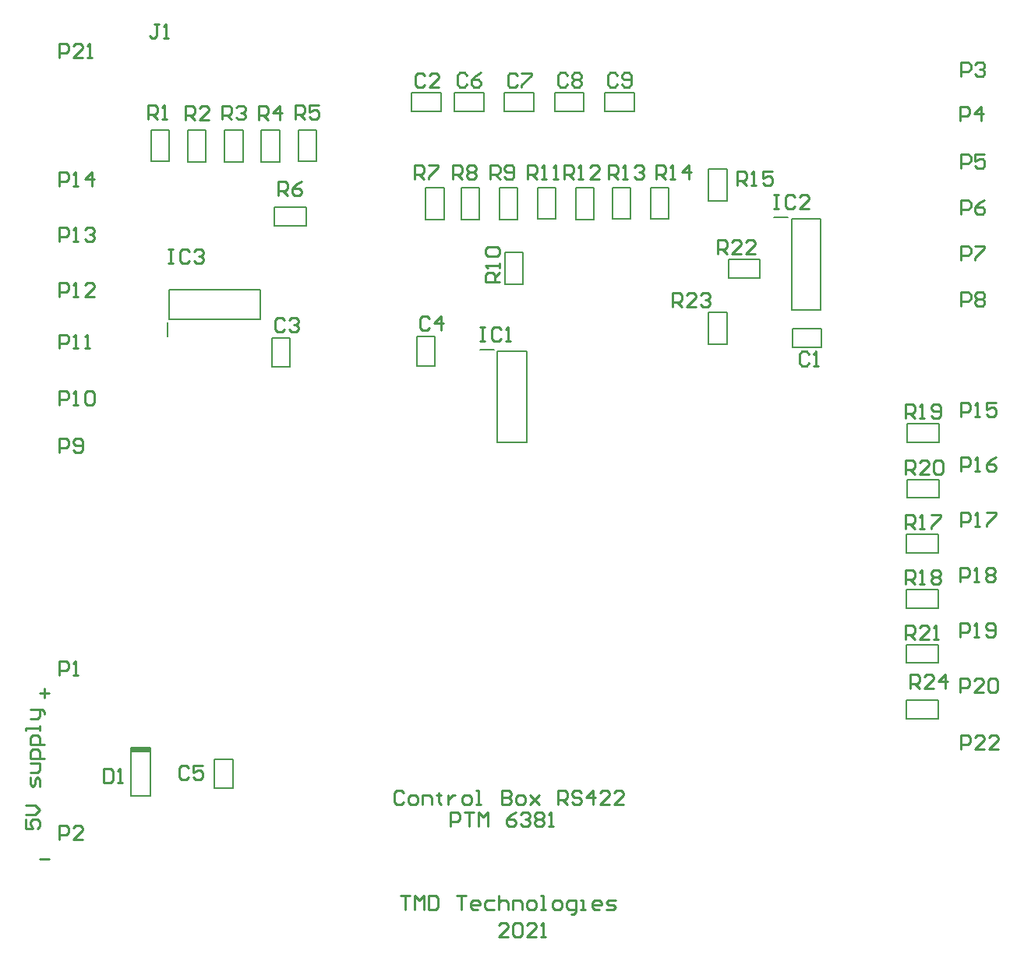
<source format=gto>
G04*
G04 #@! TF.GenerationSoftware,Altium Limited,Altium Designer,19.0.9 (268)*
G04*
G04 Layer_Color=65535*
%FSLAX42Y42*%
%MOMM*%
G71*
G01*
G75*
%ADD10C,0.20*%
%ADD11C,0.25*%
%ADD12R,2.10X0.50*%
D10*
X4220Y2998D02*
X4565D01*
X4220D02*
Y3198D01*
X4565D01*
Y2998D02*
Y3198D01*
X2268Y7069D02*
Y7414D01*
X2068Y7069D02*
X2268D01*
X2068D02*
Y7414D01*
X2268D01*
X2284Y7988D02*
X2629D01*
Y7788D02*
Y7988D01*
X2284Y7788D02*
X2629D01*
X2284D02*
Y7988D01*
X4220Y3803D02*
X4565D01*
Y3603D02*
Y3803D01*
X4220Y3603D02*
X4565D01*
X4220D02*
Y3803D01*
X4225Y5600D02*
X4570D01*
Y5400D02*
Y5600D01*
X4225Y5400D02*
X4570D01*
X4225D02*
Y5600D01*
Y6203D02*
X4570D01*
Y6003D02*
Y6203D01*
X4225Y6003D02*
X4570D01*
X4225D02*
Y6203D01*
X4220Y4400D02*
X4565D01*
Y4200D02*
Y4400D01*
X4220Y4200D02*
X4565D01*
X4220D02*
Y4400D01*
Y5000D02*
X4565D01*
Y4800D02*
Y5000D01*
X4220Y4800D02*
X4565D01*
X4220D02*
Y5000D01*
X2268Y8630D02*
Y8975D01*
X2068Y8630D02*
X2268D01*
X2068D02*
Y8975D01*
X2268D01*
X1639Y8430D02*
Y8775D01*
X1439Y8430D02*
X1639D01*
X1439D02*
Y8775D01*
X1639D01*
X1224Y8430D02*
Y8775D01*
X1024Y8430D02*
X1224D01*
X1024D02*
Y8775D01*
X1224D01*
X825Y8425D02*
Y8770D01*
X625Y8425D02*
X825D01*
X625D02*
Y8770D01*
X825D01*
X409Y8430D02*
Y8775D01*
X209Y8430D02*
X409D01*
X209D02*
Y8775D01*
X409D01*
X55Y7725D02*
Y8070D01*
X-145Y7725D02*
X55D01*
X-145D02*
Y8070D01*
X55D01*
X-6Y8425D02*
Y8770D01*
X-206Y8425D02*
X-6D01*
X-206D02*
Y8770D01*
X-6D01*
X-421Y8425D02*
Y8770D01*
X-621Y8425D02*
X-421D01*
X-621D02*
Y8770D01*
X-421D01*
X-806Y8425D02*
Y8770D01*
X-1006Y8425D02*
X-806D01*
X-1006D02*
Y8770D01*
X-806D01*
X-2651Y8357D02*
X-2306D01*
X-2651D02*
Y8557D01*
X-2306D01*
Y8357D02*
Y8557D01*
X-2190Y9055D02*
Y9400D01*
X-2390Y9055D02*
X-2190D01*
X-2390D02*
Y9400D01*
X-2190D01*
X-2590Y9053D02*
Y9398D01*
X-2790Y9053D02*
X-2590D01*
X-2790D02*
Y9398D01*
X-2590D01*
X-2990Y9053D02*
Y9398D01*
X-3190Y9053D02*
X-2990D01*
X-3190D02*
Y9398D01*
X-2990D01*
X-3390Y9050D02*
Y9395D01*
X-3590Y9050D02*
X-3390D01*
X-3590D02*
Y9395D01*
X-3390D01*
X-3790Y9055D02*
Y9400D01*
X-3990Y9055D02*
X-3790D01*
X-3990D02*
Y9400D01*
X-3790D01*
X-3812Y7153D02*
Y7305D01*
X-3795Y7340D02*
X-2805D01*
Y7660D01*
X-3795D02*
X-2805D01*
X-3795Y7340D02*
Y7660D01*
X2781Y8451D02*
X2934D01*
X2969Y7444D02*
Y8434D01*
Y7444D02*
X3289D01*
Y8434D01*
X2969D02*
X3289D01*
X-415Y7012D02*
X-263D01*
X-228Y6005D02*
Y6995D01*
Y6005D02*
X92D01*
Y6995D01*
X-228D02*
X92D01*
X-4205Y2160D02*
Y2680D01*
X-3995D01*
Y2160D02*
Y2680D01*
X-4205Y2160D02*
X-3995D01*
X940Y9600D02*
Y9800D01*
X1260D01*
Y9600D02*
Y9800D01*
X940Y9600D02*
X1260D01*
X396D02*
Y9800D01*
X716D01*
Y9600D02*
Y9800D01*
X396Y9600D02*
X716D01*
X-149D02*
Y9800D01*
X172D01*
Y9600D02*
Y9800D01*
X-149Y9600D02*
X172D01*
X-693D02*
Y9800D01*
X-373D01*
Y9600D02*
Y9800D01*
X-693Y9600D02*
X-373D01*
X-3300Y2560D02*
X-3100D01*
Y2240D02*
Y2560D01*
X-3300Y2240D02*
X-3100D01*
X-3300D02*
Y2560D01*
X-1102Y6832D02*
X-902D01*
X-1102D02*
Y7152D01*
X-902D01*
Y6832D02*
Y7152D01*
X-2676Y7141D02*
X-2476D01*
Y6821D02*
Y7141D01*
X-2676Y6821D02*
X-2476D01*
X-2676D02*
Y7141D01*
X-1156Y9600D02*
Y9800D01*
X-836D01*
Y9600D02*
Y9800D01*
X-1156Y9600D02*
X-836D01*
X2978Y7039D02*
Y7239D01*
X3298D01*
Y7039D02*
Y7239D01*
X2978Y7039D02*
X3298D01*
D11*
X-1275Y1072D02*
X-1173D01*
X-1224D01*
Y920D01*
X-1122D02*
Y1072D01*
X-1071Y1022D01*
X-1021Y1072D01*
Y920D01*
X-970Y1072D02*
Y920D01*
X-894D01*
X-868Y945D01*
Y1047D01*
X-894Y1072D01*
X-970D01*
X-665D02*
X-564D01*
X-614D01*
Y920D01*
X-437D02*
X-487D01*
X-513Y945D01*
Y996D01*
X-487Y1022D01*
X-437D01*
X-411Y996D01*
Y971D01*
X-513D01*
X-259Y1022D02*
X-335D01*
X-360Y996D01*
Y945D01*
X-335Y920D01*
X-259D01*
X-208Y1072D02*
Y920D01*
Y996D01*
X-183Y1022D01*
X-132D01*
X-107Y996D01*
Y920D01*
X-56D02*
Y1022D01*
X20D01*
X46Y996D01*
Y920D01*
X122D02*
X173D01*
X198Y945D01*
Y996D01*
X173Y1022D01*
X122D01*
X97Y996D01*
Y945D01*
X122Y920D01*
X249D02*
X300D01*
X274D01*
Y1072D01*
X249D01*
X401Y920D02*
X452D01*
X477Y945D01*
Y996D01*
X452Y1022D01*
X401D01*
X376Y996D01*
Y945D01*
X401Y920D01*
X579Y869D02*
X604D01*
X630Y895D01*
Y1022D01*
X554D01*
X528Y996D01*
Y945D01*
X554Y920D01*
X630D01*
X681D02*
X731D01*
X706D01*
Y1022D01*
X681D01*
X884Y920D02*
X833D01*
X808Y945D01*
Y996D01*
X833Y1022D01*
X884D01*
X909Y996D01*
Y971D01*
X808D01*
X960Y920D02*
X1036D01*
X1061Y945D01*
X1036Y971D01*
X985D01*
X960Y996D01*
X985Y1022D01*
X1061D01*
X-107Y625D02*
X-208D01*
X-107Y727D01*
Y752D01*
X-132Y778D01*
X-183D01*
X-208Y752D01*
X-56D02*
X-30Y778D01*
X20D01*
X46Y752D01*
Y651D01*
X20Y625D01*
X-30D01*
X-56Y651D01*
Y752D01*
X198Y625D02*
X97D01*
X198Y727D01*
Y752D01*
X173Y778D01*
X122D01*
X97Y752D01*
X249Y625D02*
X300D01*
X274D01*
Y778D01*
X249Y752D01*
X-1242Y2196D02*
X-1267Y2222D01*
X-1318D01*
X-1344Y2196D01*
Y2095D01*
X-1318Y2069D01*
X-1267D01*
X-1242Y2095D01*
X-1166Y2069D02*
X-1115D01*
X-1090Y2095D01*
Y2145D01*
X-1115Y2171D01*
X-1166D01*
X-1191Y2145D01*
Y2095D01*
X-1166Y2069D01*
X-1039D02*
Y2171D01*
X-963D01*
X-937Y2145D01*
Y2069D01*
X-861Y2196D02*
Y2171D01*
X-887D01*
X-836D01*
X-861D01*
Y2095D01*
X-836Y2069D01*
X-760Y2171D02*
Y2069D01*
Y2120D01*
X-734Y2145D01*
X-709Y2171D01*
X-683D01*
X-582Y2069D02*
X-531D01*
X-506Y2095D01*
Y2145D01*
X-531Y2171D01*
X-582D01*
X-607Y2145D01*
Y2095D01*
X-582Y2069D01*
X-455D02*
X-404D01*
X-429D01*
Y2222D01*
X-455D01*
X-176D02*
Y2069D01*
X-99D01*
X-74Y2095D01*
Y2120D01*
X-99Y2145D01*
X-176D01*
X-99D01*
X-74Y2171D01*
Y2196D01*
X-99Y2222D01*
X-176D01*
X2Y2069D02*
X53D01*
X78Y2095D01*
Y2145D01*
X53Y2171D01*
X2D01*
X-23Y2145D01*
Y2095D01*
X2Y2069D01*
X129Y2171D02*
X231Y2069D01*
X180Y2120D01*
X231Y2171D01*
X129Y2069D01*
X434D02*
Y2222D01*
X510D01*
X535Y2196D01*
Y2145D01*
X510Y2120D01*
X434D01*
X485D02*
X535Y2069D01*
X688Y2196D02*
X662Y2222D01*
X612D01*
X586Y2196D01*
Y2171D01*
X612Y2145D01*
X662D01*
X688Y2120D01*
Y2095D01*
X662Y2069D01*
X612D01*
X586Y2095D01*
X815Y2069D02*
Y2222D01*
X739Y2145D01*
X840D01*
X992Y2069D02*
X891D01*
X992Y2171D01*
Y2196D01*
X967Y2222D01*
X916D01*
X891Y2196D01*
X1145Y2069D02*
X1043D01*
X1145Y2171D01*
Y2196D01*
X1119Y2222D01*
X1069D01*
X1043Y2196D01*
X-734Y1825D02*
Y1978D01*
X-658D01*
X-633Y1952D01*
Y1902D01*
X-658Y1876D01*
X-734D01*
X-582Y1978D02*
X-480D01*
X-531D01*
Y1825D01*
X-429D02*
Y1978D01*
X-379Y1927D01*
X-328Y1978D01*
Y1825D01*
X-23Y1978D02*
X-74Y1952D01*
X-125Y1902D01*
Y1851D01*
X-99Y1825D01*
X-49D01*
X-23Y1851D01*
Y1876D01*
X-49Y1902D01*
X-125D01*
X28Y1952D02*
X53Y1978D01*
X104D01*
X129Y1952D01*
Y1927D01*
X104Y1902D01*
X78D01*
X104D01*
X129Y1876D01*
Y1851D01*
X104Y1825D01*
X53D01*
X28Y1851D01*
X180Y1952D02*
X205Y1978D01*
X256D01*
X281Y1952D01*
Y1927D01*
X256Y1902D01*
X281Y1876D01*
Y1851D01*
X256Y1825D01*
X205D01*
X180Y1851D01*
Y1876D01*
X205Y1902D01*
X180Y1927D01*
Y1952D01*
X205Y1902D02*
X256D01*
X332Y1825D02*
X383D01*
X358D01*
Y1978D01*
X332Y1952D01*
X-5200Y1476D02*
X-5098D01*
X-5200Y3276D02*
X-5098D01*
X-5149Y3327D02*
Y3225D01*
X-5352Y1902D02*
Y1800D01*
X-5276D01*
X-5302Y1851D01*
Y1876D01*
X-5276Y1902D01*
X-5225D01*
X-5200Y1876D01*
Y1825D01*
X-5225Y1800D01*
X-5352Y1952D02*
X-5251D01*
X-5200Y2003D01*
X-5251Y2054D01*
X-5352D01*
X-5200Y2257D02*
Y2333D01*
X-5225Y2359D01*
X-5251Y2333D01*
Y2282D01*
X-5276Y2257D01*
X-5302Y2282D01*
Y2359D01*
Y2409D02*
X-5225D01*
X-5200Y2435D01*
Y2511D01*
X-5302D01*
X-5149Y2562D02*
X-5302D01*
Y2638D01*
X-5276Y2663D01*
X-5225D01*
X-5200Y2638D01*
Y2562D01*
X-5149Y2714D02*
X-5302D01*
Y2790D01*
X-5276Y2816D01*
X-5225D01*
X-5200Y2790D01*
Y2714D01*
Y2866D02*
Y2917D01*
Y2892D01*
X-5352D01*
Y2866D01*
X-5302Y2993D02*
X-5225D01*
X-5200Y3019D01*
Y3095D01*
X-5175D01*
X-5149Y3070D01*
Y3044D01*
X-5200Y3095D02*
X-5302D01*
X4810Y2666D02*
Y2819D01*
X4886D01*
X4911Y2793D01*
Y2742D01*
X4886Y2717D01*
X4810D01*
X5064Y2666D02*
X4962D01*
X5064Y2768D01*
Y2793D01*
X5038Y2819D01*
X4988D01*
X4962Y2793D01*
X5216Y2666D02*
X5115D01*
X5216Y2768D01*
Y2793D01*
X5191Y2819D01*
X5140D01*
X5115Y2793D01*
X-4985Y8787D02*
Y8939D01*
X-4909D01*
X-4884Y8914D01*
Y8863D01*
X-4909Y8837D01*
X-4985D01*
X-4833Y8787D02*
X-4782D01*
X-4807D01*
Y8939D01*
X-4833Y8914D01*
X-4630Y8787D02*
Y8939D01*
X-4706Y8863D01*
X-4604D01*
X-4985Y7587D02*
Y7739D01*
X-4909D01*
X-4884Y7714D01*
Y7663D01*
X-4909Y7637D01*
X-4985D01*
X-4833Y7587D02*
X-4782D01*
X-4807D01*
Y7739D01*
X-4833Y7714D01*
X-4604Y7587D02*
X-4706D01*
X-4604Y7688D01*
Y7714D01*
X-4630Y7739D01*
X-4680D01*
X-4706Y7714D01*
X-4985Y6413D02*
Y6565D01*
X-4909D01*
X-4884Y6540D01*
Y6489D01*
X-4909Y6464D01*
X-4985D01*
X-4833Y6413D02*
X-4782D01*
X-4807D01*
Y6565D01*
X-4833Y6540D01*
X-4706D02*
X-4680Y6565D01*
X-4630D01*
X-4604Y6540D01*
Y6438D01*
X-4630Y6413D01*
X-4680D01*
X-4706Y6438D01*
Y6540D01*
X3158Y6963D02*
X3133Y6989D01*
X3082D01*
X3057Y6963D01*
Y6862D01*
X3082Y6836D01*
X3133D01*
X3158Y6862D01*
X3209Y6836D02*
X3260D01*
X3235D01*
Y6989D01*
X3209Y6963D01*
X1678Y7477D02*
Y7629D01*
X1754D01*
X1780Y7604D01*
Y7553D01*
X1754Y7528D01*
X1678D01*
X1729D02*
X1780Y7477D01*
X1932D02*
X1830D01*
X1932Y7579D01*
Y7604D01*
X1907Y7629D01*
X1856D01*
X1830Y7604D01*
X1983D02*
X2008Y7629D01*
X2059D01*
X2084Y7604D01*
Y7579D01*
X2059Y7553D01*
X2033D01*
X2059D01*
X2084Y7528D01*
Y7502D01*
X2059Y7477D01*
X2008D01*
X1983Y7502D01*
X4262Y3326D02*
Y3478D01*
X4338D01*
X4363Y3453D01*
Y3402D01*
X4338Y3377D01*
X4262D01*
X4312D02*
X4363Y3326D01*
X4516D02*
X4414D01*
X4516Y3427D01*
Y3453D01*
X4490Y3478D01*
X4439D01*
X4414Y3453D01*
X4642Y3326D02*
Y3478D01*
X4566Y3402D01*
X4668D01*
X4805Y3283D02*
Y3436D01*
X4881D01*
X4906Y3410D01*
Y3360D01*
X4881Y3334D01*
X4805D01*
X5059Y3283D02*
X4957D01*
X5059Y3385D01*
Y3410D01*
X5033Y3436D01*
X4983D01*
X4957Y3410D01*
X5109D02*
X5135Y3436D01*
X5186D01*
X5211Y3410D01*
Y3309D01*
X5186Y3283D01*
X5135D01*
X5109Y3309D01*
Y3410D01*
X-4985Y1683D02*
Y1836D01*
X-4909D01*
X-4883Y1810D01*
Y1759D01*
X-4909Y1734D01*
X-4985D01*
X-4731Y1683D02*
X-4833D01*
X-4731Y1785D01*
Y1810D01*
X-4757Y1836D01*
X-4807D01*
X-4833Y1810D01*
X-4985Y3474D02*
Y3626D01*
X-4909D01*
X-4883Y3601D01*
Y3550D01*
X-4909Y3525D01*
X-4985D01*
X-4833Y3474D02*
X-4782D01*
X-4807D01*
Y3626D01*
X-4833Y3601D01*
X-4500Y2452D02*
Y2300D01*
X-4424D01*
X-4398Y2325D01*
Y2427D01*
X-4424Y2452D01*
X-4500D01*
X-4348Y2300D02*
X-4297D01*
X-4322D01*
Y2452D01*
X-4348Y2427D01*
X-3578Y2467D02*
X-3604Y2492D01*
X-3655D01*
X-3680Y2467D01*
Y2365D01*
X-3655Y2340D01*
X-3604D01*
X-3578Y2365D01*
X-3426Y2492D02*
X-3528D01*
Y2416D01*
X-3477Y2442D01*
X-3451D01*
X-3426Y2416D01*
Y2365D01*
X-3451Y2340D01*
X-3502D01*
X-3528Y2365D01*
X2168Y8053D02*
Y8205D01*
X2244D01*
X2269Y8179D01*
Y8129D01*
X2244Y8103D01*
X2168D01*
X2219D02*
X2269Y8053D01*
X2422D02*
X2320D01*
X2422Y8154D01*
Y8179D01*
X2396Y8205D01*
X2346D01*
X2320Y8179D01*
X2574Y8053D02*
X2473D01*
X2574Y8154D01*
Y8179D01*
X2549Y8205D01*
X2498D01*
X2473Y8179D01*
X4207Y3861D02*
Y4014D01*
X4284D01*
X4309Y3988D01*
Y3937D01*
X4284Y3912D01*
X4207D01*
X4258D02*
X4309Y3861D01*
X4461D02*
X4360D01*
X4461Y3963D01*
Y3988D01*
X4436Y4014D01*
X4385D01*
X4360Y3988D01*
X4512Y3861D02*
X4563D01*
X4537D01*
Y4014D01*
X4512Y3988D01*
X4212Y5659D02*
Y5811D01*
X4289D01*
X4314Y5786D01*
Y5735D01*
X4289Y5710D01*
X4212D01*
X4263D02*
X4314Y5659D01*
X4466D02*
X4365D01*
X4466Y5760D01*
Y5786D01*
X4441Y5811D01*
X4390D01*
X4365Y5786D01*
X4517D02*
X4542Y5811D01*
X4593D01*
X4619Y5786D01*
Y5684D01*
X4593Y5659D01*
X4542D01*
X4517Y5684D01*
Y5786D01*
X4212Y6261D02*
Y6414D01*
X4289D01*
X4314Y6388D01*
Y6337D01*
X4289Y6312D01*
X4212D01*
X4263D02*
X4314Y6261D01*
X4365D02*
X4416D01*
X4390D01*
Y6414D01*
X4365Y6388D01*
X4492Y6287D02*
X4517Y6261D01*
X4568D01*
X4593Y6287D01*
Y6388D01*
X4568Y6414D01*
X4517D01*
X4492Y6388D01*
Y6363D01*
X4517Y6337D01*
X4593D01*
X4207Y4459D02*
Y4611D01*
X4284D01*
X4309Y4586D01*
Y4535D01*
X4284Y4510D01*
X4207D01*
X4258D02*
X4309Y4459D01*
X4360D02*
X4411D01*
X4385D01*
Y4611D01*
X4360Y4586D01*
X4487D02*
X4512Y4611D01*
X4563D01*
X4588Y4586D01*
Y4560D01*
X4563Y4535D01*
X4588Y4510D01*
Y4484D01*
X4563Y4459D01*
X4512D01*
X4487Y4484D01*
Y4510D01*
X4512Y4535D01*
X4487Y4560D01*
Y4586D01*
X4512Y4535D02*
X4563D01*
X4207Y5059D02*
Y5211D01*
X4284D01*
X4309Y5186D01*
Y5135D01*
X4284Y5110D01*
X4207D01*
X4258D02*
X4309Y5059D01*
X4360D02*
X4411D01*
X4385D01*
Y5211D01*
X4360Y5186D01*
X4487Y5211D02*
X4588D01*
Y5186D01*
X4487Y5084D01*
Y5059D01*
X2377Y8800D02*
Y8952D01*
X2454D01*
X2479Y8927D01*
Y8876D01*
X2454Y8851D01*
X2377D01*
X2428D02*
X2479Y8800D01*
X2530D02*
X2581D01*
X2555D01*
Y8952D01*
X2530Y8927D01*
X2758Y8952D02*
X2657D01*
Y8876D01*
X2708Y8902D01*
X2733D01*
X2758Y8876D01*
Y8825D01*
X2733Y8800D01*
X2682D01*
X2657Y8825D01*
X1500Y8866D02*
Y9018D01*
X1576D01*
X1602Y8993D01*
Y8942D01*
X1576Y8917D01*
X1500D01*
X1551D02*
X1602Y8866D01*
X1652D02*
X1703D01*
X1678D01*
Y9018D01*
X1652Y8993D01*
X1855Y8866D02*
Y9018D01*
X1779Y8942D01*
X1881D01*
X985Y8866D02*
Y9018D01*
X1061D01*
X1087Y8993D01*
Y8942D01*
X1061Y8917D01*
X985D01*
X1036D02*
X1087Y8866D01*
X1137D02*
X1188D01*
X1163D01*
Y9018D01*
X1137Y8993D01*
X1264D02*
X1290Y9018D01*
X1340D01*
X1366Y8993D01*
Y8967D01*
X1340Y8942D01*
X1315D01*
X1340D01*
X1366Y8917D01*
Y8891D01*
X1340Y8866D01*
X1290D01*
X1264Y8891D01*
X500Y8866D02*
Y9018D01*
X576D01*
X602Y8993D01*
Y8942D01*
X576Y8917D01*
X500D01*
X551D02*
X602Y8866D01*
X652D02*
X703D01*
X678D01*
Y9018D01*
X652Y8993D01*
X881Y8866D02*
X779D01*
X881Y8967D01*
Y8993D01*
X855Y9018D01*
X805D01*
X779Y8993D01*
X100Y8866D02*
Y9018D01*
X176D01*
X202Y8993D01*
Y8942D01*
X176Y8917D01*
X100D01*
X151D02*
X202Y8866D01*
X252D02*
X303D01*
X278D01*
Y9018D01*
X252Y8993D01*
X379Y8866D02*
X430D01*
X405D01*
Y9018D01*
X379Y8993D01*
X-200Y7749D02*
X-352D01*
Y7825D01*
X-327Y7850D01*
X-276D01*
X-251Y7825D01*
Y7749D01*
Y7799D02*
X-200Y7850D01*
Y7901D02*
Y7952D01*
Y7926D01*
X-352D01*
X-327Y7901D01*
Y8028D02*
X-352Y8053D01*
Y8104D01*
X-327Y8129D01*
X-225D01*
X-200Y8104D01*
Y8053D01*
X-225Y8028D01*
X-327D01*
X-300Y8866D02*
Y9018D01*
X-224D01*
X-198Y8993D01*
Y8942D01*
X-224Y8917D01*
X-300D01*
X-249D02*
X-198Y8866D01*
X-148Y8891D02*
X-122Y8866D01*
X-71D01*
X-46Y8891D01*
Y8993D01*
X-71Y9018D01*
X-122D01*
X-148Y8993D01*
Y8967D01*
X-122Y8942D01*
X-46D01*
X-708Y8866D02*
Y9018D01*
X-632D01*
X-607Y8993D01*
Y8942D01*
X-632Y8917D01*
X-708D01*
X-658D02*
X-607Y8866D01*
X-556Y8993D02*
X-531Y9018D01*
X-480D01*
X-455Y8993D01*
Y8967D01*
X-480Y8942D01*
X-455Y8917D01*
Y8891D01*
X-480Y8866D01*
X-531D01*
X-556Y8891D01*
Y8917D01*
X-531Y8942D01*
X-556Y8967D01*
Y8993D01*
X-531Y8942D02*
X-480D01*
X-1122Y8866D02*
Y9018D01*
X-1046D01*
X-1020Y8993D01*
Y8942D01*
X-1046Y8917D01*
X-1122D01*
X-1071D02*
X-1020Y8866D01*
X-970Y9018D02*
X-868D01*
Y8993D01*
X-970Y8891D01*
Y8866D01*
X-2608Y8686D02*
Y8838D01*
X-2532D01*
X-2507Y8813D01*
Y8762D01*
X-2532Y8736D01*
X-2608D01*
X-2557D02*
X-2507Y8686D01*
X-2354Y8838D02*
X-2405Y8813D01*
X-2456Y8762D01*
Y8711D01*
X-2431Y8686D01*
X-2380D01*
X-2354Y8711D01*
Y8736D01*
X-2380Y8762D01*
X-2456D01*
X-2418Y9513D02*
Y9666D01*
X-2342D01*
X-2317Y9640D01*
Y9590D01*
X-2342Y9564D01*
X-2418D01*
X-2367D02*
X-2317Y9513D01*
X-2164Y9666D02*
X-2266D01*
Y9590D01*
X-2215Y9615D01*
X-2190D01*
X-2164Y9590D01*
Y9539D01*
X-2190Y9513D01*
X-2240D01*
X-2266Y9539D01*
X-2818Y9511D02*
Y9663D01*
X-2742D01*
X-2716Y9638D01*
Y9587D01*
X-2742Y9562D01*
X-2818D01*
X-2767D02*
X-2716Y9511D01*
X-2589D02*
Y9663D01*
X-2666Y9587D01*
X-2564D01*
X-3217Y9512D02*
Y9664D01*
X-3141D01*
X-3115Y9639D01*
Y9588D01*
X-3141Y9562D01*
X-3217D01*
X-3166D02*
X-3115Y9512D01*
X-3065Y9639D02*
X-3039Y9664D01*
X-2988D01*
X-2963Y9639D01*
Y9613D01*
X-2988Y9588D01*
X-3014D01*
X-2988D01*
X-2963Y9562D01*
Y9537D01*
X-2988Y9512D01*
X-3039D01*
X-3065Y9537D01*
X-3618Y9508D02*
Y9661D01*
X-3541D01*
X-3516Y9635D01*
Y9584D01*
X-3541Y9559D01*
X-3618D01*
X-3567D02*
X-3516Y9508D01*
X-3364D02*
X-3465D01*
X-3364Y9610D01*
Y9635D01*
X-3389Y9661D01*
X-3440D01*
X-3465Y9635D01*
X-4017Y9515D02*
Y9667D01*
X-3941D01*
X-3916Y9642D01*
Y9591D01*
X-3941Y9566D01*
X-4017D01*
X-3967D02*
X-3916Y9515D01*
X-3865D02*
X-3814D01*
X-3840D01*
Y9667D01*
X-3865Y9642D01*
X-4986Y10183D02*
Y10336D01*
X-4910D01*
X-4884Y10310D01*
Y10259D01*
X-4910Y10234D01*
X-4986D01*
X-4732Y10183D02*
X-4834D01*
X-4732Y10285D01*
Y10310D01*
X-4757Y10336D01*
X-4808D01*
X-4834Y10310D01*
X-4681Y10183D02*
X-4630D01*
X-4656D01*
Y10336D01*
X-4681Y10310D01*
X4804Y3887D02*
Y4039D01*
X4880D01*
X4906Y4014D01*
Y3963D01*
X4880Y3938D01*
X4804D01*
X4956Y3887D02*
X5007D01*
X4982D01*
Y4039D01*
X4956Y4014D01*
X5083Y3912D02*
X5109Y3887D01*
X5159D01*
X5185Y3912D01*
Y4014D01*
X5159Y4039D01*
X5109D01*
X5083Y4014D01*
Y3989D01*
X5109Y3963D01*
X5185D01*
X4814Y7485D02*
Y7637D01*
X4890D01*
X4916Y7612D01*
Y7561D01*
X4890Y7535D01*
X4814D01*
X4966Y7612D02*
X4992Y7637D01*
X5043D01*
X5068Y7612D01*
Y7586D01*
X5043Y7561D01*
X5068Y7535D01*
Y7510D01*
X5043Y7485D01*
X4992D01*
X4966Y7510D01*
Y7535D01*
X4992Y7561D01*
X4966Y7586D01*
Y7612D01*
X4992Y7561D02*
X5043D01*
X4814Y7985D02*
Y8137D01*
X4890D01*
X4916Y8112D01*
Y8061D01*
X4890Y8036D01*
X4814D01*
X4966Y8137D02*
X5068D01*
Y8112D01*
X4966Y8010D01*
Y7985D01*
X4814Y8483D02*
Y8635D01*
X4890D01*
X4916Y8610D01*
Y8559D01*
X4890Y8534D01*
X4814D01*
X5068Y8635D02*
X5017Y8610D01*
X4966Y8559D01*
Y8508D01*
X4992Y8483D01*
X5043D01*
X5068Y8508D01*
Y8534D01*
X5043Y8559D01*
X4966D01*
X4814Y8983D02*
Y9136D01*
X4890D01*
X4916Y9110D01*
Y9059D01*
X4890Y9034D01*
X4814D01*
X5068Y9136D02*
X4966D01*
Y9059D01*
X5017Y9085D01*
X5043D01*
X5068Y9059D01*
Y9009D01*
X5043Y8983D01*
X4992D01*
X4966Y9009D01*
X4800Y9500D02*
Y9652D01*
X4876D01*
X4902Y9627D01*
Y9576D01*
X4876Y9551D01*
X4800D01*
X5029Y9500D02*
Y9652D01*
X4952Y9576D01*
X5054D01*
X4814Y9984D02*
Y10136D01*
X4890D01*
X4916Y10111D01*
Y10060D01*
X4890Y10035D01*
X4814D01*
X4966Y10111D02*
X4992Y10136D01*
X5043D01*
X5068Y10111D01*
Y10086D01*
X5043Y10060D01*
X5017D01*
X5043D01*
X5068Y10035D01*
Y10009D01*
X5043Y9984D01*
X4992D01*
X4966Y10009D01*
X4804Y4487D02*
Y4639D01*
X4880D01*
X4906Y4613D01*
Y4563D01*
X4880Y4537D01*
X4804D01*
X4956Y4487D02*
X5007D01*
X4982D01*
Y4639D01*
X4956Y4613D01*
X5083D02*
X5109Y4639D01*
X5159D01*
X5185Y4613D01*
Y4588D01*
X5159Y4563D01*
X5185Y4537D01*
Y4512D01*
X5159Y4487D01*
X5109D01*
X5083Y4512D01*
Y4537D01*
X5109Y4563D01*
X5083Y4588D01*
Y4613D01*
X5109Y4563D02*
X5159D01*
X4809Y5088D02*
Y5240D01*
X4885D01*
X4911Y5215D01*
Y5164D01*
X4885Y5138D01*
X4809D01*
X4961Y5088D02*
X5012D01*
X4987D01*
Y5240D01*
X4961Y5215D01*
X5088Y5240D02*
X5190D01*
Y5215D01*
X5088Y5113D01*
Y5088D01*
X4809Y5686D02*
Y5838D01*
X4885D01*
X4911Y5813D01*
Y5762D01*
X4885Y5736D01*
X4809D01*
X4961Y5686D02*
X5012D01*
X4987D01*
Y5838D01*
X4961Y5813D01*
X5190Y5838D02*
X5139Y5813D01*
X5088Y5762D01*
Y5711D01*
X5114Y5686D01*
X5164D01*
X5190Y5711D01*
Y5736D01*
X5164Y5762D01*
X5088D01*
X4809Y6285D02*
Y6437D01*
X4885D01*
X4911Y6412D01*
Y6361D01*
X4885Y6336D01*
X4809D01*
X4961Y6285D02*
X5012D01*
X4987D01*
Y6437D01*
X4961Y6412D01*
X5190Y6437D02*
X5088D01*
Y6361D01*
X5139Y6387D01*
X5164D01*
X5190Y6361D01*
Y6310D01*
X5164Y6285D01*
X5114D01*
X5088Y6310D01*
X-4986Y8189D02*
Y8342D01*
X-4910D01*
X-4884Y8316D01*
Y8266D01*
X-4910Y8240D01*
X-4986D01*
X-4834Y8189D02*
X-4783D01*
X-4808D01*
Y8342D01*
X-4834Y8316D01*
X-4707D02*
X-4681Y8342D01*
X-4630D01*
X-4605Y8316D01*
Y8291D01*
X-4630Y8266D01*
X-4656D01*
X-4630D01*
X-4605Y8240D01*
Y8215D01*
X-4630Y8189D01*
X-4681D01*
X-4707Y8215D01*
X-4986Y7023D02*
Y7175D01*
X-4910D01*
X-4884Y7150D01*
Y7099D01*
X-4910Y7074D01*
X-4986D01*
X-4834Y7023D02*
X-4783D01*
X-4808D01*
Y7175D01*
X-4834Y7150D01*
X-4707Y7023D02*
X-4656D01*
X-4681D01*
Y7175D01*
X-4707Y7150D01*
X-4986Y5889D02*
Y6041D01*
X-4910D01*
X-4884Y6016D01*
Y5965D01*
X-4910Y5940D01*
X-4986D01*
X-4834Y5914D02*
X-4808Y5889D01*
X-4757D01*
X-4732Y5914D01*
Y6016D01*
X-4757Y6041D01*
X-4808D01*
X-4834Y6016D01*
Y5990D01*
X-4808Y5965D01*
X-4732D01*
X-3802Y8105D02*
X-3751D01*
X-3777D01*
Y7952D01*
X-3802D01*
X-3751D01*
X-3574Y8079D02*
X-3599Y8105D01*
X-3650D01*
X-3675Y8079D01*
Y7978D01*
X-3650Y7952D01*
X-3599D01*
X-3574Y7978D01*
X-3523Y8079D02*
X-3497Y8105D01*
X-3447D01*
X-3421Y8079D01*
Y8054D01*
X-3447Y8028D01*
X-3472D01*
X-3447D01*
X-3421Y8003D01*
Y7978D01*
X-3447Y7952D01*
X-3497D01*
X-3523Y7978D01*
X2780Y8696D02*
X2831D01*
X2805D01*
Y8543D01*
X2780D01*
X2831D01*
X3008Y8670D02*
X2983Y8696D01*
X2932D01*
X2907Y8670D01*
Y8569D01*
X2932Y8543D01*
X2983D01*
X3008Y8569D01*
X3161Y8543D02*
X3059D01*
X3161Y8645D01*
Y8670D01*
X3135Y8696D01*
X3085D01*
X3059Y8670D01*
X-417Y7256D02*
X-366D01*
X-392D01*
Y7103D01*
X-417D01*
X-366D01*
X-189Y7230D02*
X-214Y7256D01*
X-265D01*
X-290Y7230D01*
Y7129D01*
X-265Y7103D01*
X-214D01*
X-189Y7129D01*
X-138Y7103D02*
X-87D01*
X-113D01*
Y7256D01*
X-138Y7230D01*
X1077Y9994D02*
X1051Y10020D01*
X1001D01*
X975Y9994D01*
Y9893D01*
X1001Y9867D01*
X1051D01*
X1077Y9893D01*
X1128D02*
X1153Y9867D01*
X1204D01*
X1229Y9893D01*
Y9994D01*
X1204Y10020D01*
X1153D01*
X1128Y9994D01*
Y9969D01*
X1153Y9944D01*
X1229D01*
X534Y9994D02*
X509Y10020D01*
X458D01*
X433Y9994D01*
Y9893D01*
X458Y9867D01*
X509D01*
X534Y9893D01*
X585Y9994D02*
X610Y10020D01*
X661D01*
X687Y9994D01*
Y9969D01*
X661Y9944D01*
X687Y9918D01*
Y9893D01*
X661Y9867D01*
X610D01*
X585Y9893D01*
Y9918D01*
X610Y9944D01*
X585Y9969D01*
Y9994D01*
X610Y9944D02*
X661D01*
X-11Y9993D02*
X-37Y10019D01*
X-88D01*
X-113Y9993D01*
Y9892D01*
X-88Y9866D01*
X-37D01*
X-11Y9892D01*
X39Y10019D02*
X141D01*
Y9993D01*
X39Y9892D01*
Y9866D01*
X-555Y9994D02*
X-581Y10020D01*
X-632D01*
X-657Y9994D01*
Y9893D01*
X-632Y9867D01*
X-581D01*
X-555Y9893D01*
X-403Y10020D02*
X-454Y9994D01*
X-505Y9944D01*
Y9893D01*
X-479Y9867D01*
X-429D01*
X-403Y9893D01*
Y9918D01*
X-429Y9944D01*
X-505D01*
X-968Y7346D02*
X-993Y7371D01*
X-1044D01*
X-1069Y7346D01*
Y7244D01*
X-1044Y7219D01*
X-993D01*
X-968Y7244D01*
X-841Y7219D02*
Y7371D01*
X-917Y7295D01*
X-815D01*
X-2542Y7335D02*
X-2567Y7360D01*
X-2618D01*
X-2643Y7335D01*
Y7233D01*
X-2618Y7208D01*
X-2567D01*
X-2542Y7233D01*
X-2491Y7335D02*
X-2465Y7360D01*
X-2415D01*
X-2389Y7335D01*
Y7309D01*
X-2415Y7284D01*
X-2440D01*
X-2415D01*
X-2389Y7259D01*
Y7233D01*
X-2415Y7208D01*
X-2465D01*
X-2491Y7233D01*
X-1018Y9993D02*
X-1044Y10019D01*
X-1095D01*
X-1120Y9993D01*
Y9892D01*
X-1095Y9866D01*
X-1044D01*
X-1018Y9892D01*
X-866Y9866D02*
X-968D01*
X-866Y9968D01*
Y9993D01*
X-891Y10019D01*
X-942D01*
X-968Y9993D01*
X-3898Y10548D02*
X-3949D01*
X-3924D01*
Y10421D01*
X-3949Y10396D01*
X-3975D01*
X-4000Y10421D01*
X-3848Y10396D02*
X-3797D01*
X-3822D01*
Y10548D01*
X-3848Y10523D01*
D12*
X-4100Y2655D02*
D03*
M02*

</source>
